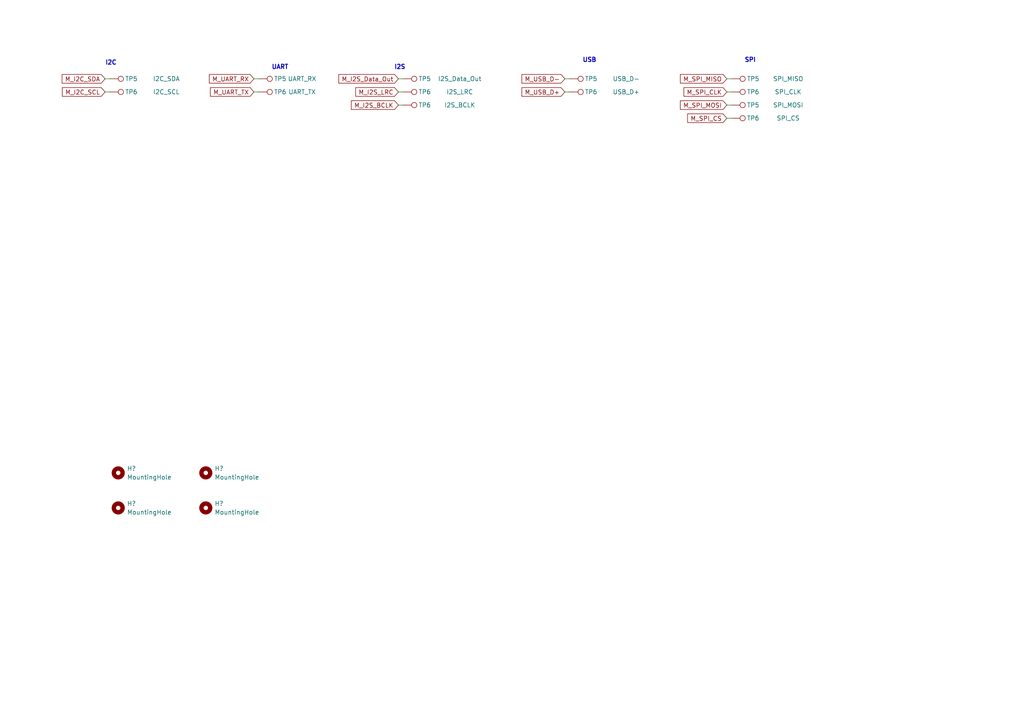
<source format=kicad_sch>
(kicad_sch (version 20230121) (generator eeschema)
  (paper "A4")
  (title_block (title "BoardLock Schematic") (rev "Rev1") (company "Schetmatic"))
  (lib_symbols
    (symbol "Connector:TestPoint" (pin_numbers hide) (pin_names (offset 0.762) hide)
      (property "Reference" "TP" (at 0 6.858 0))
      (property "Value" "TestPoint" (at 0 5.08 0))
      (symbol "TestPoint_0_1"
        (circle (center 0 3.302) (radius 0.762))
      )
      (symbol "TestPoint_1_1"
        (pin passive line (at 0 0 90) (length 2.54) (name "1") (number "1"))
      )
    )
    (symbol "Mechanical:MountingHole" (pin_names (offset 1.016))
      (property "Reference" "H" (at 0 5.08 0))
      (property "Value" "MountingHole" (at 0 3.175 0))
      (symbol "MountingHole_0_1"
        (circle (center 0 0) (radius 1.27) (stroke (width 1.27)))
      )
    )
  )
  (wire (pts (xy 74.93 26.67) (xy 73.66 26.67)))
  (wire (pts (xy 115.57 30.48) (xy 116.84 30.48)))
  (wire (pts (xy 163.83 22.86) (xy 165.1 22.86)))
  (wire (pts (xy 30.48 26.67) (xy 31.75 26.67)))
  (wire (pts (xy 210.82 30.48) (xy 212.09 30.48)))
  (wire (pts (xy 163.83 26.67) (xy 165.1 26.67)))
  (wire (pts (xy 210.82 34.29) (xy 212.09 34.29)))
  (wire (pts (xy 30.48 22.86) (xy 31.75 22.86)))
  (wire (pts (xy 115.57 22.86) (xy 116.84 22.86)))
  (wire (pts (xy 210.82 22.86) (xy 212.09 22.86)))
  (wire (pts (xy 115.57 26.67) (xy 116.84 26.67)))
  (wire (pts (xy 210.82 26.67) (xy 212.09 26.67)))
  (wire (pts (xy 74.93 22.86) (xy 73.66 22.86)))
  (text "I2S\n" (at 114.3 20.32 0) (effects (font (size 1.27 1.27) (thickness 0.254) bold) (justify left bottom)))
  (text "USB\n\n" (at 168.91 20.32 0) (effects (font (size 1.27 1.27) (thickness 0.254) bold) (justify left bottom)))
  (text "UART\n" (at 78.74 20.32 0) (effects (font (size 1.27 1.27) (thickness 0.254) bold) (justify left bottom)))
  (text "SPI\n\n" (at 215.9 20.32 0) (effects (font (size 1.27 1.27) (thickness 0.254) bold) (justify left bottom)))
  (text "I2C\n" (at 30.48 19.05 0) (effects (font (size 1.27 1.27) (thickness 0.254) bold) (justify left bottom)))
  (global_label "M_I2S_BCLK" (shape input) (at 115.57 30.48 180) (property "Intersheetrefs" "${INTERSHEET_REFS}" (effects hide)))
  (global_label "M_SPI_CLK" (shape input) (at 210.82 26.67 180) (property "Intersheetrefs" "${INTERSHEET_REFS}" (effects hide)))
  (global_label "M_I2C_SCL" (shape input) (at 30.48 26.67 180) (property "Intersheetrefs" "${INTERSHEET_REFS}" (effects hide)))
  (global_label "M_USB_D+" (shape input) (at 163.83 26.67 180) (property "Intersheetrefs" "${INTERSHEET_REFS}" (effects hide)))
  (global_label "M_I2C_SDA" (shape input) (at 30.48 22.86 180) (property "Intersheetrefs" "${INTERSHEET_REFS}" (effects hide)))
  (global_label "M_I2S_Data_Out" (shape input) (at 115.57 22.86 180) (property "Intersheetrefs" "${INTERSHEET_REFS}" (effects hide)))
  (global_label "M_SPI_CS" (shape input) (at 210.82 34.29 180) (property "Intersheetrefs" "${INTERSHEET_REFS}" (effects hide)))
  (global_label "M_SPI_MOSI" (shape input) (at 210.82 30.48 180) (property "Intersheetrefs" "${INTERSHEET_REFS}" (effects hide)))
  (global_label "M_I2S_LRC" (shape input) (at 115.57 26.67 180) (property "Intersheetrefs" "${INTERSHEET_REFS}" (effects hide)))
  (global_label "M_UART_RX" (shape input) (at 73.66 22.86 180) (property "Intersheetrefs" "${INTERSHEET_REFS}" (effects hide)))
  (global_label "M_SPI_MISO" (shape input) (at 210.82 22.86 180) (property "Intersheetrefs" "${INTERSHEET_REFS}" (effects hide)))
  (global_label "M_UART_TX" (shape input) (at 73.66 26.67 180) (property "Intersheetrefs" "${INTERSHEET_REFS}" (effects hide)))
  (global_label "M_USB_D-" (shape input) (at 163.83 22.86 180) (property "Intersheetrefs" "${INTERSHEET_REFS}" (effects hide)))
  (symbol (lib_id "Connector:TestPoint") (at 212.09 26.67 270) (unit 1)
    (property "Reference" "TP6" (at 218.44 26.67 90))
    (property "Value" "SPI_CLK" (at 228.6 26.67 90))
    (instances (project "boardlock" (path "" (reference "TP6") (unit 1)) (path "" (reference "TP18") (unit 1))))
  )
  (symbol (lib_id "Mechanical:MountingHole") (at 59.69 147.32 0) (unit 1)
    (property "Reference" "H?" (at 62.23 146.05 0) (effects (justify left)))
    (property "Value" "MountingHole" (at 62.23 148.59 0) (effects (justify left)))
  )
  (symbol (lib_id "Connector:TestPoint") (at 31.75 26.67 270) (unit 1)
    (property "Reference" "TP6" (at 38.1 26.67 90))
    (property "Value" "I2C_SCL" (at 48.26 26.67 90))
  )
  (symbol (lib_id "Mechanical:MountingHole") (at 34.29 137.16 0) (unit 1)
    (property "Reference" "H?" (at 36.83 135.89 0) (effects (justify left)))
    (property "Value" "MountingHole" (at 36.83 138.43 0) (effects (justify left)))
  )
  (symbol (lib_id "Connector:TestPoint") (at 165.1 26.67 270) (unit 1)
    (property "Reference" "TP6" (at 171.45 26.67 90))
    (property "Value" "USB_D+" (at 181.61 26.67 90))
    (instances (project "boardlock" (path "" (reference "TP6") (unit 1)) (path "" (reference "TP14") (unit 1))))
  )
  (symbol (lib_id "Connector:TestPoint") (at 212.09 34.29 270) (unit 1)
    (property "Reference" "TP6" (at 218.44 34.29 90))
    (property "Value" "SPI_CS" (at 228.6 34.29 90))
    (instances (project "boardlock" (path "" (reference "TP6") (unit 1)) (path "" (reference "TP20") (unit 1))))
  )
  (symbol (lib_id "Mechanical:MountingHole") (at 34.29 147.32 0) (unit 1)
    (property "Reference" "H?" (at 36.83 146.05 0) (effects (justify left)))
    (property "Value" "MountingHole" (at 36.83 148.59 0) (effects (justify left)))
  )
  (symbol (lib_id "Connector:TestPoint") (at 31.75 22.86 270) (unit 1)
    (property "Reference" "TP5" (at 38.1 22.86 90))
    (property "Value" "I2C_SDA" (at 48.26 22.86 90))
  )
  (symbol (lib_id "Connector:TestPoint") (at 116.84 30.48 270) (unit 1)
    (property "Reference" "TP6" (at 123.19 30.48 90))
    (property "Value" "I2S_BCLK" (at 133.35 30.48 90))
    (instances (project "boardlock" (path "" (reference "TP6") (unit 1)) (path "" (reference "TP12") (unit 1))))
  )
  (symbol (lib_id "Connector:TestPoint") (at 74.93 26.67 270) (unit 1)
    (property "Reference" "TP6" (at 81.28 26.67 90))
    (property "Value" "UART_TX" (at 87.63 26.67 90))
    (instances (project "boardlock" (path "" (reference "TP6") (unit 1)) (path "" (reference "TP8") (unit 1))))
  )
  (symbol (lib_id "Connector:TestPoint") (at 116.84 22.86 270) (unit 1)
    (property "Reference" "TP5" (at 123.19 22.86 90))
    (property "Value" "I2S_Data_Out" (at 133.35 22.86 90))
    (instances (project "boardlock" (path "" (reference "TP5") (unit 1)) (path "" (reference "TP10") (unit 1))))
  )
  (symbol (lib_id "Connector:TestPoint") (at 212.09 22.86 270) (unit 1)
    (property "Reference" "TP5" (at 218.44 22.86 90))
    (property "Value" "SPI_MISO" (at 228.6 22.86 90))
    (instances (project "boardlock" (path "" (reference "TP5") (unit 1)) (path "" (reference "TP17") (unit 1))))
  )
  (symbol (lib_id "Mechanical:MountingHole") (at 59.69 137.16 0) (unit 1)
    (property "Reference" "H?" (at 62.23 135.89 0) (effects (justify left)))
    (property "Value" "MountingHole" (at 62.23 138.43 0) (effects (justify left)))
  )
  (symbol (lib_id "Connector:TestPoint") (at 74.93 22.86 270) (unit 1)
    (property "Reference" "TP5" (at 81.28 22.86 90))
    (property "Value" "UART_RX" (at 87.63 22.86 90))
    (instances (project "boardlock" (path "" (reference "TP5") (unit 1)) (path "" (reference "TP7") (unit 1))))
  )
  (symbol (lib_id "Connector:TestPoint") (at 116.84 26.67 270) (unit 1)
    (property "Reference" "TP6" (at 123.19 26.67 90))
    (property "Value" "I2S_LRC" (at 133.35 26.67 90))
    (instances (project "boardlock" (path "" (reference "TP6") (unit 1)) (path "" (reference "TP11") (unit 1))))
  )
  (symbol (lib_id "Connector:TestPoint") (at 165.1 22.86 270) (unit 1)
    (property "Reference" "TP5" (at 171.45 22.86 90))
    (property "Value" "USB_D-" (at 181.61 22.86 90))
    (instances (project "boardlock" (path "" (reference "TP5") (unit 1)) (path "" (reference "TP13") (unit 1))))
  )
  (symbol (lib_id "Connector:TestPoint") (at 212.09 30.48 270) (unit 1)
    (property "Reference" "TP5" (at 218.44 30.48 90))
    (property "Value" "SPI_MOSI" (at 228.6 30.48 90))
    (instances (project "boardlock" (path "" (reference "TP5") (unit 1)) (path "" (reference "TP19") (unit 1))))
  )
)
</source>
